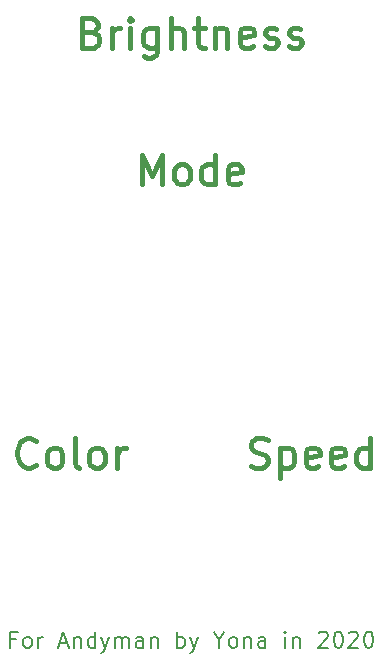
<source format=gbr>
G04 #@! TF.GenerationSoftware,KiCad,Pcbnew,(5.1.5-0-10_14)*
G04 #@! TF.CreationDate,2020-01-23T13:01:27-08:00*
G04 #@! TF.ProjectId,FaceplateBoardNoParts,46616365-706c-4617-9465-426f6172644e,rev?*
G04 #@! TF.SameCoordinates,Original*
G04 #@! TF.FileFunction,Legend,Top*
G04 #@! TF.FilePolarity,Positive*
%FSLAX46Y46*%
G04 Gerber Fmt 4.6, Leading zero omitted, Abs format (unit mm)*
G04 Created by KiCad (PCBNEW (5.1.5-0-10_14)) date 2020-01-23 13:01:27*
%MOMM*%
%LPD*%
G04 APERTURE LIST*
%ADD10C,0.200000*%
%ADD11C,0.400000*%
G04 APERTURE END LIST*
D10*
X130266344Y-134295545D02*
X129816344Y-134295545D01*
X129816344Y-135002688D02*
X129816344Y-133652688D01*
X130459201Y-133652688D01*
X131166344Y-135002688D02*
X131037772Y-134938402D01*
X130973487Y-134874116D01*
X130909201Y-134745545D01*
X130909201Y-134359831D01*
X130973487Y-134231259D01*
X131037772Y-134166974D01*
X131166344Y-134102688D01*
X131359201Y-134102688D01*
X131487772Y-134166974D01*
X131552058Y-134231259D01*
X131616344Y-134359831D01*
X131616344Y-134745545D01*
X131552058Y-134874116D01*
X131487772Y-134938402D01*
X131359201Y-135002688D01*
X131166344Y-135002688D01*
X132194915Y-135002688D02*
X132194915Y-134102688D01*
X132194915Y-134359831D02*
X132259201Y-134231259D01*
X132323487Y-134166974D01*
X132452058Y-134102688D01*
X132580629Y-134102688D01*
X133994915Y-134616974D02*
X134637772Y-134616974D01*
X133866344Y-135002688D02*
X134316344Y-133652688D01*
X134766344Y-135002688D01*
X135216344Y-134102688D02*
X135216344Y-135002688D01*
X135216344Y-134231259D02*
X135280629Y-134166974D01*
X135409201Y-134102688D01*
X135602058Y-134102688D01*
X135730629Y-134166974D01*
X135794915Y-134295545D01*
X135794915Y-135002688D01*
X137016344Y-135002688D02*
X137016344Y-133652688D01*
X137016344Y-134938402D02*
X136887772Y-135002688D01*
X136630629Y-135002688D01*
X136502058Y-134938402D01*
X136437772Y-134874116D01*
X136373487Y-134745545D01*
X136373487Y-134359831D01*
X136437772Y-134231259D01*
X136502058Y-134166974D01*
X136630629Y-134102688D01*
X136887772Y-134102688D01*
X137016344Y-134166974D01*
X137530629Y-134102688D02*
X137852058Y-135002688D01*
X138173487Y-134102688D02*
X137852058Y-135002688D01*
X137723487Y-135324116D01*
X137659201Y-135388402D01*
X137530629Y-135452688D01*
X138687772Y-135002688D02*
X138687772Y-134102688D01*
X138687772Y-134231259D02*
X138752058Y-134166974D01*
X138880629Y-134102688D01*
X139073487Y-134102688D01*
X139202058Y-134166974D01*
X139266344Y-134295545D01*
X139266344Y-135002688D01*
X139266344Y-134295545D02*
X139330629Y-134166974D01*
X139459201Y-134102688D01*
X139652058Y-134102688D01*
X139780629Y-134166974D01*
X139844915Y-134295545D01*
X139844915Y-135002688D01*
X141066344Y-135002688D02*
X141066344Y-134295545D01*
X141002058Y-134166974D01*
X140873487Y-134102688D01*
X140616344Y-134102688D01*
X140487772Y-134166974D01*
X141066344Y-134938402D02*
X140937772Y-135002688D01*
X140616344Y-135002688D01*
X140487772Y-134938402D01*
X140423487Y-134809831D01*
X140423487Y-134681259D01*
X140487772Y-134552688D01*
X140616344Y-134488402D01*
X140937772Y-134488402D01*
X141066344Y-134424116D01*
X141709201Y-134102688D02*
X141709201Y-135002688D01*
X141709201Y-134231259D02*
X141773487Y-134166974D01*
X141902058Y-134102688D01*
X142094915Y-134102688D01*
X142223487Y-134166974D01*
X142287772Y-134295545D01*
X142287772Y-135002688D01*
X143959201Y-135002688D02*
X143959201Y-133652688D01*
X143959201Y-134166974D02*
X144087772Y-134102688D01*
X144344915Y-134102688D01*
X144473487Y-134166974D01*
X144537772Y-134231259D01*
X144602058Y-134359831D01*
X144602058Y-134745545D01*
X144537772Y-134874116D01*
X144473487Y-134938402D01*
X144344915Y-135002688D01*
X144087772Y-135002688D01*
X143959201Y-134938402D01*
X145052058Y-134102688D02*
X145373487Y-135002688D01*
X145694915Y-134102688D02*
X145373487Y-135002688D01*
X145244915Y-135324116D01*
X145180629Y-135388402D01*
X145052058Y-135452688D01*
X147494915Y-134359831D02*
X147494915Y-135002688D01*
X147044915Y-133652688D02*
X147494915Y-134359831D01*
X147944915Y-133652688D01*
X148587772Y-135002688D02*
X148459201Y-134938402D01*
X148394915Y-134874116D01*
X148330629Y-134745545D01*
X148330629Y-134359831D01*
X148394915Y-134231259D01*
X148459201Y-134166974D01*
X148587772Y-134102688D01*
X148780629Y-134102688D01*
X148909201Y-134166974D01*
X148973487Y-134231259D01*
X149037772Y-134359831D01*
X149037772Y-134745545D01*
X148973487Y-134874116D01*
X148909201Y-134938402D01*
X148780629Y-135002688D01*
X148587772Y-135002688D01*
X149616344Y-134102688D02*
X149616344Y-135002688D01*
X149616344Y-134231259D02*
X149680629Y-134166974D01*
X149809201Y-134102688D01*
X150002058Y-134102688D01*
X150130629Y-134166974D01*
X150194915Y-134295545D01*
X150194915Y-135002688D01*
X151416344Y-135002688D02*
X151416344Y-134295545D01*
X151352058Y-134166974D01*
X151223487Y-134102688D01*
X150966344Y-134102688D01*
X150837772Y-134166974D01*
X151416344Y-134938402D02*
X151287772Y-135002688D01*
X150966344Y-135002688D01*
X150837772Y-134938402D01*
X150773487Y-134809831D01*
X150773487Y-134681259D01*
X150837772Y-134552688D01*
X150966344Y-134488402D01*
X151287772Y-134488402D01*
X151416344Y-134424116D01*
X153087772Y-135002688D02*
X153087772Y-134102688D01*
X153087772Y-133652688D02*
X153023487Y-133716974D01*
X153087772Y-133781259D01*
X153152058Y-133716974D01*
X153087772Y-133652688D01*
X153087772Y-133781259D01*
X153730629Y-134102688D02*
X153730629Y-135002688D01*
X153730629Y-134231259D02*
X153794915Y-134166974D01*
X153923487Y-134102688D01*
X154116344Y-134102688D01*
X154244915Y-134166974D01*
X154309201Y-134295545D01*
X154309201Y-135002688D01*
X155916344Y-133781259D02*
X155980629Y-133716974D01*
X156109201Y-133652688D01*
X156430629Y-133652688D01*
X156559201Y-133716974D01*
X156623487Y-133781259D01*
X156687772Y-133909831D01*
X156687772Y-134038402D01*
X156623487Y-134231259D01*
X155852058Y-135002688D01*
X156687772Y-135002688D01*
X157523487Y-133652688D02*
X157652058Y-133652688D01*
X157780629Y-133716974D01*
X157844915Y-133781259D01*
X157909201Y-133909831D01*
X157973487Y-134166974D01*
X157973487Y-134488402D01*
X157909201Y-134745545D01*
X157844915Y-134874116D01*
X157780629Y-134938402D01*
X157652058Y-135002688D01*
X157523487Y-135002688D01*
X157394915Y-134938402D01*
X157330629Y-134874116D01*
X157266344Y-134745545D01*
X157202058Y-134488402D01*
X157202058Y-134166974D01*
X157266344Y-133909831D01*
X157330629Y-133781259D01*
X157394915Y-133716974D01*
X157523487Y-133652688D01*
X158487772Y-133781259D02*
X158552058Y-133716974D01*
X158680629Y-133652688D01*
X159002058Y-133652688D01*
X159130629Y-133716974D01*
X159194915Y-133781259D01*
X159259201Y-133909831D01*
X159259201Y-134038402D01*
X159194915Y-134231259D01*
X158423487Y-135002688D01*
X159259201Y-135002688D01*
X160094915Y-133652688D02*
X160223487Y-133652688D01*
X160352058Y-133716974D01*
X160416344Y-133781259D01*
X160480629Y-133909831D01*
X160544915Y-134166974D01*
X160544915Y-134488402D01*
X160480629Y-134745545D01*
X160416344Y-134874116D01*
X160352058Y-134938402D01*
X160223487Y-135002688D01*
X160094915Y-135002688D01*
X159966344Y-134938402D01*
X159902058Y-134874116D01*
X159837772Y-134745545D01*
X159773487Y-134488402D01*
X159773487Y-134166974D01*
X159837772Y-133909831D01*
X159902058Y-133781259D01*
X159966344Y-133716974D01*
X160094915Y-133652688D01*
D11*
X150173439Y-119655878D02*
X150530582Y-119774926D01*
X151125820Y-119774926D01*
X151363915Y-119655878D01*
X151482963Y-119536831D01*
X151602010Y-119298735D01*
X151602010Y-119060640D01*
X151482963Y-118822545D01*
X151363915Y-118703497D01*
X151125820Y-118584450D01*
X150649629Y-118465402D01*
X150411534Y-118346354D01*
X150292487Y-118227307D01*
X150173439Y-117989212D01*
X150173439Y-117751116D01*
X150292487Y-117513021D01*
X150411534Y-117393974D01*
X150649629Y-117274926D01*
X151244867Y-117274926D01*
X151602010Y-117393974D01*
X152673439Y-118108259D02*
X152673439Y-120608259D01*
X152673439Y-118227307D02*
X152911534Y-118108259D01*
X153387725Y-118108259D01*
X153625820Y-118227307D01*
X153744867Y-118346354D01*
X153863915Y-118584450D01*
X153863915Y-119298735D01*
X153744867Y-119536831D01*
X153625820Y-119655878D01*
X153387725Y-119774926D01*
X152911534Y-119774926D01*
X152673439Y-119655878D01*
X155887725Y-119655878D02*
X155649629Y-119774926D01*
X155173439Y-119774926D01*
X154935344Y-119655878D01*
X154816296Y-119417783D01*
X154816296Y-118465402D01*
X154935344Y-118227307D01*
X155173439Y-118108259D01*
X155649629Y-118108259D01*
X155887725Y-118227307D01*
X156006772Y-118465402D01*
X156006772Y-118703497D01*
X154816296Y-118941593D01*
X158030582Y-119655878D02*
X157792487Y-119774926D01*
X157316296Y-119774926D01*
X157078201Y-119655878D01*
X156959153Y-119417783D01*
X156959153Y-118465402D01*
X157078201Y-118227307D01*
X157316296Y-118108259D01*
X157792487Y-118108259D01*
X158030582Y-118227307D01*
X158149629Y-118465402D01*
X158149629Y-118703497D01*
X156959153Y-118941593D01*
X160292487Y-119774926D02*
X160292487Y-117274926D01*
X160292487Y-119655878D02*
X160054391Y-119774926D01*
X159578201Y-119774926D01*
X159340106Y-119655878D01*
X159221058Y-119536831D01*
X159102010Y-119298735D01*
X159102010Y-118584450D01*
X159221058Y-118346354D01*
X159340106Y-118227307D01*
X159578201Y-118108259D01*
X160054391Y-118108259D01*
X160292487Y-118227307D01*
X131960820Y-119536831D02*
X131841772Y-119655878D01*
X131484629Y-119774926D01*
X131246534Y-119774926D01*
X130889391Y-119655878D01*
X130651296Y-119417783D01*
X130532248Y-119179688D01*
X130413201Y-118703497D01*
X130413201Y-118346354D01*
X130532248Y-117870164D01*
X130651296Y-117632069D01*
X130889391Y-117393974D01*
X131246534Y-117274926D01*
X131484629Y-117274926D01*
X131841772Y-117393974D01*
X131960820Y-117513021D01*
X133389391Y-119774926D02*
X133151296Y-119655878D01*
X133032248Y-119536831D01*
X132913201Y-119298735D01*
X132913201Y-118584450D01*
X133032248Y-118346354D01*
X133151296Y-118227307D01*
X133389391Y-118108259D01*
X133746534Y-118108259D01*
X133984629Y-118227307D01*
X134103677Y-118346354D01*
X134222725Y-118584450D01*
X134222725Y-119298735D01*
X134103677Y-119536831D01*
X133984629Y-119655878D01*
X133746534Y-119774926D01*
X133389391Y-119774926D01*
X135651296Y-119774926D02*
X135413201Y-119655878D01*
X135294153Y-119417783D01*
X135294153Y-117274926D01*
X136960820Y-119774926D02*
X136722725Y-119655878D01*
X136603677Y-119536831D01*
X136484629Y-119298735D01*
X136484629Y-118584450D01*
X136603677Y-118346354D01*
X136722725Y-118227307D01*
X136960820Y-118108259D01*
X137317963Y-118108259D01*
X137556058Y-118227307D01*
X137675106Y-118346354D01*
X137794153Y-118584450D01*
X137794153Y-119298735D01*
X137675106Y-119536831D01*
X137556058Y-119655878D01*
X137317963Y-119774926D01*
X136960820Y-119774926D01*
X138865582Y-119774926D02*
X138865582Y-118108259D01*
X138865582Y-118584450D02*
X138984629Y-118346354D01*
X139103677Y-118227307D01*
X139341772Y-118108259D01*
X139579867Y-118108259D01*
X140956420Y-95771926D02*
X140956420Y-93271926D01*
X141789753Y-95057640D01*
X142623087Y-93271926D01*
X142623087Y-95771926D01*
X144170706Y-95771926D02*
X143932610Y-95652878D01*
X143813563Y-95533831D01*
X143694515Y-95295735D01*
X143694515Y-94581450D01*
X143813563Y-94343354D01*
X143932610Y-94224307D01*
X144170706Y-94105259D01*
X144527848Y-94105259D01*
X144765944Y-94224307D01*
X144884991Y-94343354D01*
X145004039Y-94581450D01*
X145004039Y-95295735D01*
X144884991Y-95533831D01*
X144765944Y-95652878D01*
X144527848Y-95771926D01*
X144170706Y-95771926D01*
X147146896Y-95771926D02*
X147146896Y-93271926D01*
X147146896Y-95652878D02*
X146908801Y-95771926D01*
X146432610Y-95771926D01*
X146194515Y-95652878D01*
X146075467Y-95533831D01*
X145956420Y-95295735D01*
X145956420Y-94581450D01*
X146075467Y-94343354D01*
X146194515Y-94224307D01*
X146432610Y-94105259D01*
X146908801Y-94105259D01*
X147146896Y-94224307D01*
X149289753Y-95652878D02*
X149051658Y-95771926D01*
X148575467Y-95771926D01*
X148337372Y-95652878D01*
X148218325Y-95414783D01*
X148218325Y-94462402D01*
X148337372Y-94224307D01*
X148575467Y-94105259D01*
X149051658Y-94105259D01*
X149289753Y-94224307D01*
X149408801Y-94462402D01*
X149408801Y-94700497D01*
X148218325Y-94938593D01*
X136755629Y-82905402D02*
X137112772Y-83024450D01*
X137231820Y-83143497D01*
X137350867Y-83381593D01*
X137350867Y-83738735D01*
X137231820Y-83976831D01*
X137112772Y-84095878D01*
X136874677Y-84214926D01*
X135922296Y-84214926D01*
X135922296Y-81714926D01*
X136755629Y-81714926D01*
X136993725Y-81833974D01*
X137112772Y-81953021D01*
X137231820Y-82191116D01*
X137231820Y-82429212D01*
X137112772Y-82667307D01*
X136993725Y-82786354D01*
X136755629Y-82905402D01*
X135922296Y-82905402D01*
X138422296Y-84214926D02*
X138422296Y-82548259D01*
X138422296Y-83024450D02*
X138541344Y-82786354D01*
X138660391Y-82667307D01*
X138898487Y-82548259D01*
X139136582Y-82548259D01*
X139969915Y-84214926D02*
X139969915Y-82548259D01*
X139969915Y-81714926D02*
X139850867Y-81833974D01*
X139969915Y-81953021D01*
X140088963Y-81833974D01*
X139969915Y-81714926D01*
X139969915Y-81953021D01*
X142231820Y-82548259D02*
X142231820Y-84572069D01*
X142112772Y-84810164D01*
X141993725Y-84929212D01*
X141755629Y-85048259D01*
X141398487Y-85048259D01*
X141160391Y-84929212D01*
X142231820Y-84095878D02*
X141993725Y-84214926D01*
X141517534Y-84214926D01*
X141279439Y-84095878D01*
X141160391Y-83976831D01*
X141041344Y-83738735D01*
X141041344Y-83024450D01*
X141160391Y-82786354D01*
X141279439Y-82667307D01*
X141517534Y-82548259D01*
X141993725Y-82548259D01*
X142231820Y-82667307D01*
X143422296Y-84214926D02*
X143422296Y-81714926D01*
X144493725Y-84214926D02*
X144493725Y-82905402D01*
X144374677Y-82667307D01*
X144136582Y-82548259D01*
X143779439Y-82548259D01*
X143541344Y-82667307D01*
X143422296Y-82786354D01*
X145327058Y-82548259D02*
X146279439Y-82548259D01*
X145684201Y-81714926D02*
X145684201Y-83857783D01*
X145803248Y-84095878D01*
X146041344Y-84214926D01*
X146279439Y-84214926D01*
X147112772Y-82548259D02*
X147112772Y-84214926D01*
X147112772Y-82786354D02*
X147231820Y-82667307D01*
X147469915Y-82548259D01*
X147827058Y-82548259D01*
X148065153Y-82667307D01*
X148184201Y-82905402D01*
X148184201Y-84214926D01*
X150327058Y-84095878D02*
X150088963Y-84214926D01*
X149612772Y-84214926D01*
X149374677Y-84095878D01*
X149255629Y-83857783D01*
X149255629Y-82905402D01*
X149374677Y-82667307D01*
X149612772Y-82548259D01*
X150088963Y-82548259D01*
X150327058Y-82667307D01*
X150446106Y-82905402D01*
X150446106Y-83143497D01*
X149255629Y-83381593D01*
X151398487Y-84095878D02*
X151636582Y-84214926D01*
X152112772Y-84214926D01*
X152350867Y-84095878D01*
X152469915Y-83857783D01*
X152469915Y-83738735D01*
X152350867Y-83500640D01*
X152112772Y-83381593D01*
X151755629Y-83381593D01*
X151517534Y-83262545D01*
X151398487Y-83024450D01*
X151398487Y-82905402D01*
X151517534Y-82667307D01*
X151755629Y-82548259D01*
X152112772Y-82548259D01*
X152350867Y-82667307D01*
X153422296Y-84095878D02*
X153660391Y-84214926D01*
X154136582Y-84214926D01*
X154374677Y-84095878D01*
X154493725Y-83857783D01*
X154493725Y-83738735D01*
X154374677Y-83500640D01*
X154136582Y-83381593D01*
X153779439Y-83381593D01*
X153541344Y-83262545D01*
X153422296Y-83024450D01*
X153422296Y-82905402D01*
X153541344Y-82667307D01*
X153779439Y-82548259D01*
X154136582Y-82548259D01*
X154374677Y-82667307D01*
M02*

</source>
